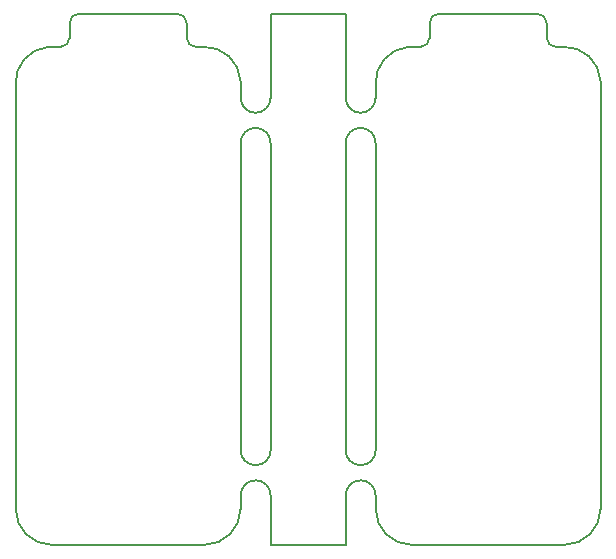
<source format=gbr>
%FSLAX46Y46*%
G04 Gerber Fmt 4.6, Leading zero omitted, Abs format (unit mm)*
G04 Created by KiCad (PCBNEW (2014-08-08 BZR 5060)-product) date tir 19 aug 2014 17:24:29 CEST*
%MOMM*%
G01*
G04 APERTURE LIST*
%ADD10C,0.150000*%
G04 APERTURE END LIST*
D10*
X46990000Y-30353000D02*
X46990000Y-37465000D01*
X53340000Y-30353000D02*
X46990000Y-30353000D01*
X55880000Y-36449000D02*
X55880000Y-37211000D01*
X46990000Y-67056000D02*
X46990000Y-67310000D01*
X53340000Y-75311000D02*
X53340000Y-71120000D01*
X46990000Y-75311000D02*
X53340000Y-75311000D01*
X46990000Y-71120000D02*
X46990000Y-75311000D01*
X46990000Y-41275000D02*
X46990000Y-66294000D01*
X53340000Y-37465000D02*
X53340000Y-30353000D01*
X53340000Y-67310000D02*
X53340000Y-41275000D01*
X55880000Y-67310000D02*
X55880000Y-41275000D01*
X55880000Y-72263000D02*
X55880000Y-71120000D01*
X53340000Y-67310000D02*
G75*
G03X54610000Y-68580000I1270000J0D01*
G74*
G01*
X55880000Y-71120000D02*
G75*
G03X54610000Y-69850000I-1270000J0D01*
G74*
G01*
X54610000Y-69850000D02*
G75*
G03X53340000Y-71120000I0J-1270000D01*
G74*
G01*
X54610000Y-68580000D02*
G75*
G03X55880000Y-67310000I0J1270000D01*
G74*
G01*
X44450000Y-37465000D02*
X44450000Y-36068000D01*
X44450000Y-67310000D02*
X44450000Y-41275000D01*
X44450000Y-72263000D02*
X44450000Y-71120000D01*
X44450000Y-67310000D02*
G75*
G03X45720000Y-68580000I1270000J0D01*
G74*
G01*
X46990000Y-71120000D02*
G75*
G03X45720000Y-69850000I-1270000J0D01*
G74*
G01*
X45720000Y-69850000D02*
G75*
G03X44450000Y-71120000I0J-1270000D01*
G74*
G01*
X45720000Y-68580000D02*
G75*
G03X46990000Y-67310000I0J1270000D01*
G74*
G01*
X46990000Y-67056000D02*
X46990000Y-66294000D01*
X55880000Y-37211000D02*
X55880000Y-37465000D01*
X53340000Y-37465000D02*
G75*
G03X54610000Y-38735000I1270000J0D01*
G74*
G01*
X55880000Y-41275000D02*
G75*
G03X54610000Y-40005000I-1270000J0D01*
G74*
G01*
X54610000Y-40005000D02*
G75*
G03X53340000Y-41275000I0J-1270000D01*
G74*
G01*
X45720000Y-40005000D02*
G75*
G03X44450000Y-41275000I0J-1270000D01*
G74*
G01*
X46990000Y-41275000D02*
G75*
G03X45720000Y-40005000I-1270000J0D01*
G74*
G01*
X44450000Y-37465000D02*
G75*
G03X45720000Y-38735000I1270000J0D01*
G74*
G01*
X54610000Y-38735000D02*
G75*
G03X55880000Y-37465000I0J1270000D01*
G74*
G01*
X45720000Y-38735000D02*
G75*
G03X46990000Y-37465000I0J1270000D01*
G74*
G01*
X55880000Y-72263000D02*
G75*
G03X58928000Y-75311000I3048000J0D01*
G74*
G01*
X71882000Y-75311000D02*
G75*
G03X74930000Y-72263000I0J3048000D01*
G74*
G01*
X71882000Y-75311000D02*
X58928000Y-75311000D01*
X58674000Y-33147000D02*
G75*
G03X55880000Y-36449000I254000J-3048000D01*
G74*
G01*
X61214000Y-30353000D02*
G75*
G03X60452000Y-31115000I0J-762000D01*
G74*
G01*
X70358000Y-32385000D02*
G75*
G03X71120000Y-33147000I762000J0D01*
G74*
G01*
X59690000Y-33147000D02*
G75*
G03X60452000Y-32385000I0J762000D01*
G74*
G01*
X70358000Y-31115000D02*
G75*
G03X69596000Y-30353000I-762000J0D01*
G74*
G01*
X59690000Y-33147000D02*
X58674000Y-33147000D01*
X60452000Y-32385000D02*
X60452000Y-31115000D01*
X74930000Y-36068000D02*
G75*
G03X71755000Y-33147000I-3048000J-127000D01*
G74*
G01*
X71755000Y-33147000D02*
X71120000Y-33147000D01*
X70358000Y-32385000D02*
X70358000Y-31115000D01*
X69596000Y-30353000D02*
X61214000Y-30353000D01*
X74930000Y-36068000D02*
X74930000Y-72263000D01*
X25400000Y-41021000D02*
X25400000Y-37211000D01*
X25400000Y-41021000D02*
X25400000Y-72263000D01*
X25400000Y-37211000D02*
X25400000Y-36449000D01*
X39116000Y-30353000D02*
X30734000Y-30353000D01*
X39878000Y-32385000D02*
X39878000Y-31115000D01*
X41275000Y-33147000D02*
X40640000Y-33147000D01*
X44450000Y-36068000D02*
G75*
G03X41275000Y-33147000I-3048000J-127000D01*
G74*
G01*
X29972000Y-32385000D02*
X29972000Y-31115000D01*
X29210000Y-33147000D02*
X28194000Y-33147000D01*
X39878000Y-31115000D02*
G75*
G03X39116000Y-30353000I-762000J0D01*
G74*
G01*
X29210000Y-33147000D02*
G75*
G03X29972000Y-32385000I0J762000D01*
G74*
G01*
X39878000Y-32385000D02*
G75*
G03X40640000Y-33147000I762000J0D01*
G74*
G01*
X30734000Y-30353000D02*
G75*
G03X29972000Y-31115000I0J-762000D01*
G74*
G01*
X28194000Y-33147000D02*
G75*
G03X25400000Y-36449000I254000J-3048000D01*
G74*
G01*
X41402000Y-75311000D02*
X28448000Y-75311000D01*
X41402000Y-75311000D02*
G75*
G03X44450000Y-72263000I0J3048000D01*
G74*
G01*
X25400000Y-72263000D02*
G75*
G03X28448000Y-75311000I3048000J0D01*
G74*
G01*
M02*

</source>
